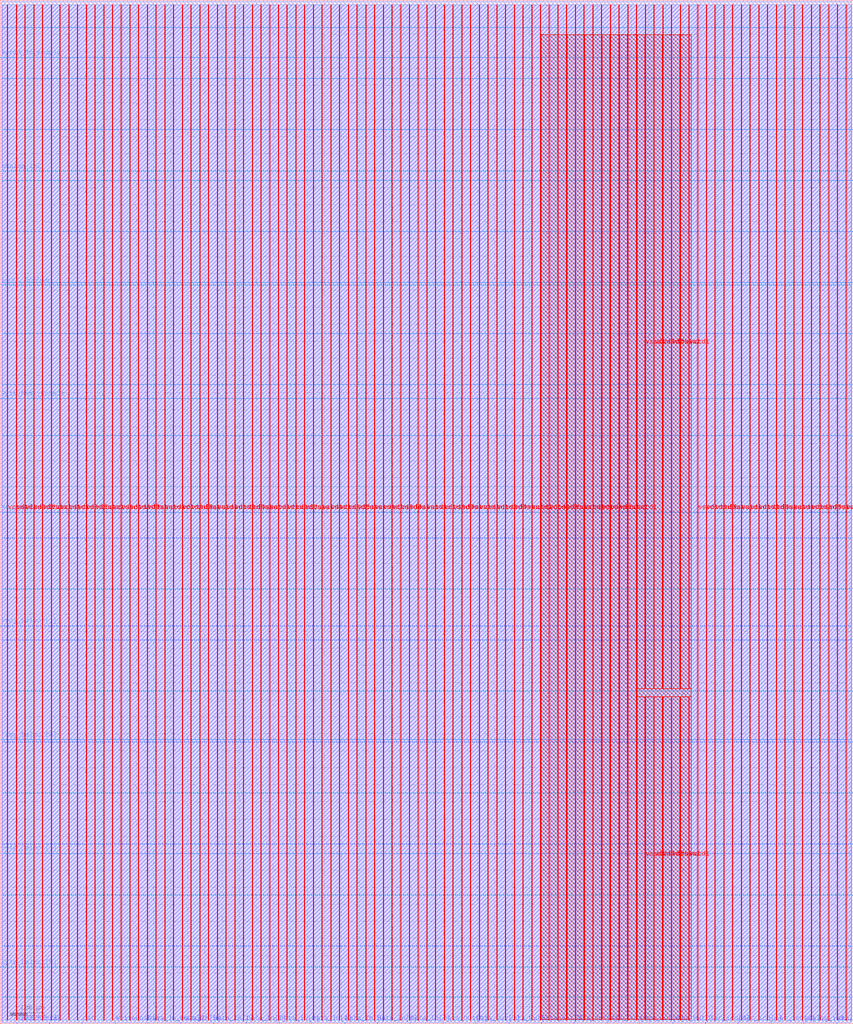
<source format=lef>
VERSION 5.7 ;
  NOWIREEXTENSIONATPIN ON ;
  DIVIDERCHAR "/" ;
  BUSBITCHARS "[]" ;
MACRO user_proj_IMPACT_HEAD
  CLASS BLOCK ;
  FOREIGN user_proj_IMPACT_HEAD ;
  ORIGIN 0.000 0.000 ;
  SIZE 2500.000 BY 3000.000 ;
  PIN Byte_Mode_Enable
    DIRECTION INPUT ;
    USE SIGNAL ;
    ANTENNAGATEAREA 0.990000 ;
    PORT
      LAYER met3 ;
        RECT 0.000 1831.960 4.000 1832.560 ;
    END
  END Byte_Mode_Enable
  PIN Byte_Select[0]
    DIRECTION INPUT ;
    USE SIGNAL ;
    ANTENNAGATEAREA 0.990000 ;
    PORT
      LAYER met3 ;
        RECT 0.000 165.960 4.000 166.560 ;
    END
  END Byte_Select[0]
  PIN Byte_Select[1]
    DIRECTION INPUT ;
    USE SIGNAL ;
    ANTENNAGATEAREA 0.990000 ;
    PORT
      LAYER met3 ;
        RECT 0.000 499.160 4.000 499.760 ;
    END
  END Byte_Select[1]
  PIN Data_In[0]
    DIRECTION INPUT ;
    USE SIGNAL ;
    ANTENNAGATEAREA 0.990000 ;
    PORT
      LAYER met2 ;
        RECT 528.630 0.000 528.910 4.000 ;
    END
  END Data_In[0]
  PIN Data_In[1]
    DIRECTION INPUT ;
    USE SIGNAL ;
    ANTENNAGATEAREA 0.990000 ;
    PORT
      LAYER met2 ;
        RECT 624.770 0.000 625.050 4.000 ;
    END
  END Data_In[1]
  PIN Data_In[2]
    DIRECTION INPUT ;
    USE SIGNAL ;
    ANTENNAGATEAREA 0.990000 ;
    PORT
      LAYER met2 ;
        RECT 720.910 0.000 721.190 4.000 ;
    END
  END Data_In[2]
  PIN Data_In[3]
    DIRECTION INPUT ;
    USE SIGNAL ;
    ANTENNAGATEAREA 0.990000 ;
    PORT
      LAYER met2 ;
        RECT 817.050 0.000 817.330 4.000 ;
    END
  END Data_In[3]
  PIN Data_In[4]
    DIRECTION INPUT ;
    USE SIGNAL ;
    ANTENNAGATEAREA 0.990000 ;
    PORT
      LAYER met2 ;
        RECT 913.190 0.000 913.470 4.000 ;
    END
  END Data_In[4]
  PIN Data_In[5]
    DIRECTION INPUT ;
    USE SIGNAL ;
    ANTENNAGATEAREA 0.990000 ;
    PORT
      LAYER met2 ;
        RECT 1009.330 0.000 1009.610 4.000 ;
    END
  END Data_In[5]
  PIN Data_In[6]
    DIRECTION INPUT ;
    USE SIGNAL ;
    ANTENNAGATEAREA 0.990000 ;
    PORT
      LAYER met2 ;
        RECT 1105.470 0.000 1105.750 4.000 ;
    END
  END Data_In[6]
  PIN Data_In[7]
    DIRECTION INPUT ;
    USE SIGNAL ;
    ANTENNAGATEAREA 0.990000 ;
    PORT
      LAYER met2 ;
        RECT 1201.610 0.000 1201.890 4.000 ;
    END
  END Data_In[7]
  PIN Data_In_Enable
    DIRECTION INPUT ;
    USE SIGNAL ;
    ANTENNAGATEAREA 0.990000 ;
    PORT
      LAYER met2 ;
        RECT 432.490 0.000 432.770 4.000 ;
    END
  END Data_In_Enable
  PIN Data_Out[0]
    DIRECTION OUTPUT TRISTATE ;
    USE SIGNAL ;
    ANTENNADIFFAREA 0.891000 ;
    PORT
      LAYER met2 ;
        RECT 1297.750 0.000 1298.030 4.000 ;
    END
  END Data_Out[0]
  PIN Data_Out[1]
    DIRECTION OUTPUT TRISTATE ;
    USE SIGNAL ;
    ANTENNADIFFAREA 0.891000 ;
    PORT
      LAYER met2 ;
        RECT 1393.890 0.000 1394.170 4.000 ;
    END
  END Data_Out[1]
  PIN Data_Out[2]
    DIRECTION OUTPUT TRISTATE ;
    USE SIGNAL ;
    ANTENNADIFFAREA 0.891000 ;
    PORT
      LAYER met2 ;
        RECT 1490.030 0.000 1490.310 4.000 ;
    END
  END Data_Out[2]
  PIN Data_Out[3]
    DIRECTION OUTPUT TRISTATE ;
    USE SIGNAL ;
    ANTENNADIFFAREA 0.891000 ;
    PORT
      LAYER met2 ;
        RECT 1586.170 0.000 1586.450 4.000 ;
    END
  END Data_Out[3]
  PIN Data_Out[4]
    DIRECTION OUTPUT TRISTATE ;
    USE SIGNAL ;
    ANTENNADIFFAREA 0.891000 ;
    PORT
      LAYER met2 ;
        RECT 1682.310 0.000 1682.590 4.000 ;
    END
  END Data_Out[4]
  PIN Data_Out[5]
    DIRECTION OUTPUT TRISTATE ;
    USE SIGNAL ;
    ANTENNADIFFAREA 0.891000 ;
    PORT
      LAYER met2 ;
        RECT 1778.450 0.000 1778.730 4.000 ;
    END
  END Data_Out[5]
  PIN Data_Out[6]
    DIRECTION OUTPUT TRISTATE ;
    USE SIGNAL ;
    ANTENNADIFFAREA 0.891000 ;
    PORT
      LAYER met2 ;
        RECT 1874.590 0.000 1874.870 4.000 ;
    END
  END Data_Out[6]
  PIN Data_Out[7]
    DIRECTION OUTPUT TRISTATE ;
    USE SIGNAL ;
    ANTENNADIFFAREA 0.891000 ;
    PORT
      LAYER met2 ;
        RECT 1970.730 0.000 1971.010 4.000 ;
    END
  END Data_Out[7]
  PIN PreCharge
    DIRECTION INPUT ;
    USE SIGNAL ;
    ANTENNAGATEAREA 0.990000 ;
    PORT
      LAYER met2 ;
        RECT 1249.910 2996.000 1250.190 3000.000 ;
    END
  END PreCharge
  PIN Proj_Select[0]
    DIRECTION INPUT ;
    USE SIGNAL ;
    ANTENNAGATEAREA 0.990000 ;
    PORT
      LAYER met3 ;
        RECT 0.000 832.360 4.000 832.960 ;
    END
  END Proj_Select[0]
  PIN Proj_Select[1]
    DIRECTION INPUT ;
    USE SIGNAL ;
    ANTENNAGATEAREA 0.990000 ;
    PORT
      LAYER met3 ;
        RECT 0.000 1165.560 4.000 1166.160 ;
    END
  END Proj_Select[1]
  PIN ReadEnable
    DIRECTION INPUT ;
    USE SIGNAL ;
    ANTENNAGATEAREA 0.990000 ;
    PORT
      LAYER met2 ;
        RECT 47.930 0.000 48.210 4.000 ;
    END
  END ReadEnable
  PIN Reram_In_Enable
    DIRECTION INPUT ;
    USE SIGNAL ;
    ANTENNAGATEAREA 0.990000 ;
    PORT
      LAYER met3 ;
        RECT 0.000 2831.560 4.000 2832.160 ;
    END
  END Reram_In_Enable
  PIN Trunc_Enable
    DIRECTION INPUT ;
    USE SIGNAL ;
    ANTENNAGATEAREA 0.990000 ;
    PORT
      LAYER met3 ;
        RECT 0.000 2165.160 4.000 2165.760 ;
    END
  END Trunc_Enable
  PIN WL_enable
    DIRECTION INPUT ;
    USE SIGNAL ;
    ANTENNAGATEAREA 0.990000 ;
    PORT
      LAYER met3 ;
        RECT 0.000 1498.760 4.000 1499.360 ;
    END
  END WL_enable
  PIN WriteEnable
    DIRECTION INPUT ;
    USE SIGNAL ;
    ANTENNAGATEAREA 0.990000 ;
    PORT
      LAYER met2 ;
        RECT 336.350 0.000 336.630 4.000 ;
    END
  END WriteEnable
  PIN analog_io1
    DIRECTION INOUT ;
    USE SIGNAL ;
    PORT
      LAYER met2 ;
        RECT 2451.430 0.000 2451.710 4.000 ;
    END
  END analog_io1
  PIN analog_io2
    DIRECTION INOUT ;
    USE SIGNAL ;
    PORT
      LAYER met3 ;
        RECT 0.000 2498.360 4.000 2498.960 ;
    END
  END analog_io2
  PIN analog_io3
    DIRECTION INOUT ;
    USE SIGNAL ;
    PORT
      LAYER met2 ;
        RECT 2355.290 0.000 2355.570 4.000 ;
    END
  END analog_io3
  PIN clk
    DIRECTION INPUT ;
    USE SIGNAL ;
    ANTENNAGATEAREA 0.852000 ;
    ANTENNADIFFAREA 0.434700 ;
    PORT
      LAYER met2 ;
        RECT 144.070 0.000 144.350 4.000 ;
    END
  END clk
  PIN io_oeb[0]
    DIRECTION OUTPUT TRISTATE ;
    USE SIGNAL ;
    PORT
      LAYER met3 ;
        RECT 2496.000 975.160 2500.000 975.760 ;
    END
  END io_oeb[0]
  PIN io_oeb[10]
    DIRECTION OUTPUT TRISTATE ;
    USE SIGNAL ;
    PORT
      LAYER met3 ;
        RECT 2496.000 2471.160 2500.000 2471.760 ;
    END
  END io_oeb[10]
  PIN io_oeb[11]
    DIRECTION OUTPUT TRISTATE ;
    USE SIGNAL ;
    PORT
      LAYER met3 ;
        RECT 2496.000 2620.760 2500.000 2621.360 ;
    END
  END io_oeb[11]
  PIN io_oeb[12]
    DIRECTION OUTPUT TRISTATE ;
    USE SIGNAL ;
    PORT
      LAYER met3 ;
        RECT 2496.000 2770.360 2500.000 2770.960 ;
    END
  END io_oeb[12]
  PIN io_oeb[13]
    DIRECTION OUTPUT TRISTATE ;
    USE SIGNAL ;
    PORT
      LAYER met3 ;
        RECT 2496.000 2919.960 2500.000 2920.560 ;
    END
  END io_oeb[13]
  PIN io_oeb[1]
    DIRECTION OUTPUT TRISTATE ;
    USE SIGNAL ;
    PORT
      LAYER met3 ;
        RECT 2496.000 1124.760 2500.000 1125.360 ;
    END
  END io_oeb[1]
  PIN io_oeb[2]
    DIRECTION OUTPUT TRISTATE ;
    USE SIGNAL ;
    PORT
      LAYER met3 ;
        RECT 2496.000 1274.360 2500.000 1274.960 ;
    END
  END io_oeb[2]
  PIN io_oeb[3]
    DIRECTION OUTPUT TRISTATE ;
    USE SIGNAL ;
    PORT
      LAYER met3 ;
        RECT 2496.000 1423.960 2500.000 1424.560 ;
    END
  END io_oeb[3]
  PIN io_oeb[4]
    DIRECTION OUTPUT TRISTATE ;
    USE SIGNAL ;
    PORT
      LAYER met3 ;
        RECT 2496.000 1573.560 2500.000 1574.160 ;
    END
  END io_oeb[4]
  PIN io_oeb[5]
    DIRECTION OUTPUT TRISTATE ;
    USE SIGNAL ;
    PORT
      LAYER met3 ;
        RECT 2496.000 1723.160 2500.000 1723.760 ;
    END
  END io_oeb[5]
  PIN io_oeb[6]
    DIRECTION OUTPUT TRISTATE ;
    USE SIGNAL ;
    PORT
      LAYER met3 ;
        RECT 2496.000 1872.760 2500.000 1873.360 ;
    END
  END io_oeb[6]
  PIN io_oeb[7]
    DIRECTION OUTPUT TRISTATE ;
    USE SIGNAL ;
    PORT
      LAYER met3 ;
        RECT 2496.000 2022.360 2500.000 2022.960 ;
    END
  END io_oeb[7]
  PIN io_oeb[8]
    DIRECTION OUTPUT TRISTATE ;
    USE SIGNAL ;
    PORT
      LAYER met3 ;
        RECT 2496.000 2171.960 2500.000 2172.560 ;
    END
  END io_oeb[8]
  PIN io_oeb[9]
    DIRECTION OUTPUT TRISTATE ;
    USE SIGNAL ;
    PORT
      LAYER met3 ;
        RECT 2496.000 2321.560 2500.000 2322.160 ;
    END
  END io_oeb[9]
  PIN io_out[0]
    DIRECTION OUTPUT TRISTATE ;
    USE SIGNAL ;
    PORT
      LAYER met3 ;
        RECT 2496.000 77.560 2500.000 78.160 ;
    END
  END io_out[0]
  PIN io_out[1]
    DIRECTION OUTPUT TRISTATE ;
    USE SIGNAL ;
    PORT
      LAYER met3 ;
        RECT 2496.000 227.160 2500.000 227.760 ;
    END
  END io_out[1]
  PIN io_out[2]
    DIRECTION OUTPUT TRISTATE ;
    USE SIGNAL ;
    PORT
      LAYER met3 ;
        RECT 2496.000 376.760 2500.000 377.360 ;
    END
  END io_out[2]
  PIN io_out[3]
    DIRECTION OUTPUT TRISTATE ;
    USE SIGNAL ;
    PORT
      LAYER met3 ;
        RECT 2496.000 526.360 2500.000 526.960 ;
    END
  END io_out[3]
  PIN io_out[4]
    DIRECTION OUTPUT TRISTATE ;
    USE SIGNAL ;
    PORT
      LAYER met3 ;
        RECT 2496.000 675.960 2500.000 676.560 ;
    END
  END io_out[4]
  PIN io_out[5]
    DIRECTION OUTPUT TRISTATE ;
    USE SIGNAL ;
    PORT
      LAYER met3 ;
        RECT 2496.000 825.560 2500.000 826.160 ;
    END
  END io_out[5]
  PIN rst
    DIRECTION INPUT ;
    USE SIGNAL ;
    ANTENNAGATEAREA 0.990000 ;
    PORT
      LAYER met2 ;
        RECT 240.210 0.000 240.490 4.000 ;
    END
  END rst
  PIN user_irq[0]
    DIRECTION OUTPUT TRISTATE ;
    USE SIGNAL ;
    PORT
      LAYER met2 ;
        RECT 2066.870 0.000 2067.150 4.000 ;
    END
  END user_irq[0]
  PIN user_irq[1]
    DIRECTION OUTPUT TRISTATE ;
    USE SIGNAL ;
    PORT
      LAYER met2 ;
        RECT 2163.010 0.000 2163.290 4.000 ;
    END
  END user_irq[1]
  PIN user_irq[2]
    DIRECTION OUTPUT TRISTATE ;
    USE SIGNAL ;
    PORT
      LAYER met2 ;
        RECT 2259.150 0.000 2259.430 4.000 ;
    END
  END user_irq[2]
  PIN vccd1
    DIRECTION INOUT ;
    USE POWER ;
    PORT
      LAYER met4 ;
        RECT 21.040 10.640 22.640 2986.800 ;
    END
    PORT
      LAYER met4 ;
        RECT 174.640 10.640 176.240 2986.800 ;
    END
    PORT
      LAYER met4 ;
        RECT 328.240 10.640 329.840 2986.800 ;
    END
    PORT
      LAYER met4 ;
        RECT 481.840 10.640 483.440 2986.800 ;
    END
    PORT
      LAYER met4 ;
        RECT 635.440 10.640 637.040 2986.800 ;
    END
    PORT
      LAYER met4 ;
        RECT 789.040 10.640 790.640 2986.800 ;
    END
    PORT
      LAYER met4 ;
        RECT 942.640 10.640 944.240 2986.800 ;
    END
    PORT
      LAYER met4 ;
        RECT 1096.240 10.640 1097.840 2986.800 ;
    END
    PORT
      LAYER met4 ;
        RECT 1249.840 10.640 1251.440 2986.800 ;
    END
    PORT
      LAYER met4 ;
        RECT 1403.440 10.640 1405.040 2986.800 ;
    END
    PORT
      LAYER met4 ;
        RECT 1557.040 10.640 1558.640 2986.800 ;
    END
    PORT
      LAYER met4 ;
        RECT 1710.640 10.640 1712.240 2986.800 ;
    END
    PORT
      LAYER met4 ;
        RECT 1864.240 10.640 1865.840 2986.800 ;
    END
    PORT
      LAYER met4 ;
        RECT 2017.840 10.640 2019.440 958.000 ;
    END
    PORT
      LAYER met4 ;
        RECT 2017.840 981.800 2019.440 2986.800 ;
    END
    PORT
      LAYER met4 ;
        RECT 2171.440 10.640 2173.040 2986.800 ;
    END
    PORT
      LAYER met4 ;
        RECT 2325.040 10.640 2326.640 2986.800 ;
    END
    PORT
      LAYER met4 ;
        RECT 2478.640 10.640 2480.240 2986.800 ;
    END
  END vccd1
  PIN vccd2
    DIRECTION INOUT ;
    USE POWER ;
    PORT
      LAYER met4 ;
        RECT 72.240 10.640 73.840 2986.800 ;
    END
    PORT
      LAYER met4 ;
        RECT 225.840 10.640 227.440 2986.800 ;
    END
    PORT
      LAYER met4 ;
        RECT 379.440 10.640 381.040 2986.800 ;
    END
    PORT
      LAYER met4 ;
        RECT 533.040 10.640 534.640 2986.800 ;
    END
    PORT
      LAYER met4 ;
        RECT 686.640 10.640 688.240 2986.800 ;
    END
    PORT
      LAYER met4 ;
        RECT 840.240 10.640 841.840 2986.800 ;
    END
    PORT
      LAYER met4 ;
        RECT 993.840 10.640 995.440 2986.800 ;
    END
    PORT
      LAYER met4 ;
        RECT 1147.440 10.640 1149.040 2986.800 ;
    END
    PORT
      LAYER met4 ;
        RECT 1301.040 10.640 1302.640 2986.800 ;
    END
    PORT
      LAYER met4 ;
        RECT 1454.640 10.640 1456.240 2986.800 ;
    END
    PORT
      LAYER met4 ;
        RECT 1608.240 10.640 1609.840 2986.800 ;
    END
    PORT
      LAYER met4 ;
        RECT 1761.840 10.640 1763.440 2986.800 ;
    END
    PORT
      LAYER met4 ;
        RECT 1915.440 10.640 1917.040 958.000 ;
    END
    PORT
      LAYER met4 ;
        RECT 1915.440 981.800 1917.040 2986.800 ;
    END
    PORT
      LAYER met4 ;
        RECT 2069.040 10.640 2070.640 2986.800 ;
    END
    PORT
      LAYER met4 ;
        RECT 2222.640 10.640 2224.240 2986.800 ;
    END
    PORT
      LAYER met4 ;
        RECT 2376.240 10.640 2377.840 2986.800 ;
    END
  END vccd2
  PIN vdda1
    DIRECTION INOUT ;
    USE POWER ;
    PORT
      LAYER met4 ;
        RECT 123.440 10.640 125.040 2986.800 ;
    END
    PORT
      LAYER met4 ;
        RECT 277.040 10.640 278.640 2986.800 ;
    END
    PORT
      LAYER met4 ;
        RECT 430.640 10.640 432.240 2986.800 ;
    END
    PORT
      LAYER met4 ;
        RECT 584.240 10.640 585.840 2986.800 ;
    END
    PORT
      LAYER met4 ;
        RECT 737.840 10.640 739.440 2986.800 ;
    END
    PORT
      LAYER met4 ;
        RECT 891.440 10.640 893.040 2986.800 ;
    END
    PORT
      LAYER met4 ;
        RECT 1045.040 10.640 1046.640 2986.800 ;
    END
    PORT
      LAYER met4 ;
        RECT 1198.640 10.640 1200.240 2986.800 ;
    END
    PORT
      LAYER met4 ;
        RECT 1352.240 10.640 1353.840 2986.800 ;
    END
    PORT
      LAYER met4 ;
        RECT 1505.840 10.640 1507.440 2986.800 ;
    END
    PORT
      LAYER met4 ;
        RECT 1659.440 10.640 1661.040 2986.800 ;
    END
    PORT
      LAYER met4 ;
        RECT 1813.040 10.640 1814.640 2986.800 ;
    END
    PORT
      LAYER met4 ;
        RECT 1966.640 10.640 1968.240 958.000 ;
    END
    PORT
      LAYER met4 ;
        RECT 1966.640 981.800 1968.240 2986.800 ;
    END
    PORT
      LAYER met4 ;
        RECT 2120.240 10.640 2121.840 2986.800 ;
    END
    PORT
      LAYER met4 ;
        RECT 2273.840 10.640 2275.440 2986.800 ;
    END
    PORT
      LAYER met4 ;
        RECT 2427.440 10.640 2429.040 2986.800 ;
    END
  END vdda1
  PIN vssa1
    DIRECTION INOUT ;
    USE GROUND ;
    PORT
      LAYER met4 ;
        RECT 149.040 10.640 150.640 2986.800 ;
    END
    PORT
      LAYER met4 ;
        RECT 302.640 10.640 304.240 2986.800 ;
    END
    PORT
      LAYER met4 ;
        RECT 456.240 10.640 457.840 2986.800 ;
    END
    PORT
      LAYER met4 ;
        RECT 609.840 10.640 611.440 2986.800 ;
    END
    PORT
      LAYER met4 ;
        RECT 763.440 10.640 765.040 2986.800 ;
    END
    PORT
      LAYER met4 ;
        RECT 917.040 10.640 918.640 2986.800 ;
    END
    PORT
      LAYER met4 ;
        RECT 1070.640 10.640 1072.240 2986.800 ;
    END
    PORT
      LAYER met4 ;
        RECT 1224.240 10.640 1225.840 2986.800 ;
    END
    PORT
      LAYER met4 ;
        RECT 1377.840 10.640 1379.440 2986.800 ;
    END
    PORT
      LAYER met4 ;
        RECT 1531.440 10.640 1533.040 2986.800 ;
    END
    PORT
      LAYER met4 ;
        RECT 1685.040 10.640 1686.640 2986.800 ;
    END
    PORT
      LAYER met4 ;
        RECT 1838.640 10.640 1840.240 2986.800 ;
    END
    PORT
      LAYER met4 ;
        RECT 1992.240 10.640 1993.840 958.000 ;
    END
    PORT
      LAYER met4 ;
        RECT 1992.240 981.800 1993.840 2986.800 ;
    END
    PORT
      LAYER met4 ;
        RECT 2145.840 10.640 2147.440 2986.800 ;
    END
    PORT
      LAYER met4 ;
        RECT 2299.440 10.640 2301.040 2986.800 ;
    END
    PORT
      LAYER met4 ;
        RECT 2453.040 10.640 2454.640 2986.800 ;
    END
  END vssa1
  PIN vssd1
    DIRECTION INOUT ;
    USE GROUND ;
    PORT
      LAYER met4 ;
        RECT 46.640 10.640 48.240 2986.800 ;
    END
    PORT
      LAYER met4 ;
        RECT 200.240 10.640 201.840 2986.800 ;
    END
    PORT
      LAYER met4 ;
        RECT 353.840 10.640 355.440 2986.800 ;
    END
    PORT
      LAYER met4 ;
        RECT 507.440 10.640 509.040 2986.800 ;
    END
    PORT
      LAYER met4 ;
        RECT 661.040 10.640 662.640 2986.800 ;
    END
    PORT
      LAYER met4 ;
        RECT 814.640 10.640 816.240 2986.800 ;
    END
    PORT
      LAYER met4 ;
        RECT 968.240 10.640 969.840 2986.800 ;
    END
    PORT
      LAYER met4 ;
        RECT 1121.840 10.640 1123.440 2986.800 ;
    END
    PORT
      LAYER met4 ;
        RECT 1275.440 10.640 1277.040 2986.800 ;
    END
    PORT
      LAYER met4 ;
        RECT 1429.040 10.640 1430.640 2986.800 ;
    END
    PORT
      LAYER met4 ;
        RECT 1582.640 10.640 1584.240 2986.800 ;
    END
    PORT
      LAYER met4 ;
        RECT 1736.240 10.640 1737.840 2986.800 ;
    END
    PORT
      LAYER met4 ;
        RECT 1889.840 10.640 1891.440 958.000 ;
    END
    PORT
      LAYER met4 ;
        RECT 1889.840 981.800 1891.440 2986.800 ;
    END
    PORT
      LAYER met4 ;
        RECT 2043.440 10.640 2045.040 2986.800 ;
    END
    PORT
      LAYER met4 ;
        RECT 2197.040 10.640 2198.640 2986.800 ;
    END
    PORT
      LAYER met4 ;
        RECT 2350.640 10.640 2352.240 2986.800 ;
    END
  END vssd1
  PIN vssd2
    DIRECTION INOUT ;
    USE GROUND ;
    PORT
      LAYER met4 ;
        RECT 97.840 10.640 99.440 2986.800 ;
    END
    PORT
      LAYER met4 ;
        RECT 251.440 10.640 253.040 2986.800 ;
    END
    PORT
      LAYER met4 ;
        RECT 405.040 10.640 406.640 2986.800 ;
    END
    PORT
      LAYER met4 ;
        RECT 558.640 10.640 560.240 2986.800 ;
    END
    PORT
      LAYER met4 ;
        RECT 712.240 10.640 713.840 2986.800 ;
    END
    PORT
      LAYER met4 ;
        RECT 865.840 10.640 867.440 2986.800 ;
    END
    PORT
      LAYER met4 ;
        RECT 1019.440 10.640 1021.040 2986.800 ;
    END
    PORT
      LAYER met4 ;
        RECT 1173.040 10.640 1174.640 2986.800 ;
    END
    PORT
      LAYER met4 ;
        RECT 1326.640 10.640 1328.240 2986.800 ;
    END
    PORT
      LAYER met4 ;
        RECT 1480.240 10.640 1481.840 2986.800 ;
    END
    PORT
      LAYER met4 ;
        RECT 1633.840 10.640 1635.440 2986.800 ;
    END
    PORT
      LAYER met4 ;
        RECT 1787.440 10.640 1789.040 2986.800 ;
    END
    PORT
      LAYER met4 ;
        RECT 1941.040 10.640 1942.640 958.000 ;
    END
    PORT
      LAYER met4 ;
        RECT 1941.040 981.800 1942.640 2986.800 ;
    END
    PORT
      LAYER met4 ;
        RECT 2094.640 10.640 2096.240 2986.800 ;
    END
    PORT
      LAYER met4 ;
        RECT 2248.240 10.640 2249.840 2986.800 ;
    END
    PORT
      LAYER met4 ;
        RECT 2401.840 10.640 2403.440 2986.800 ;
    END
  END vssd2
  OBS
      LAYER li1 ;
        RECT 5.520 10.795 2494.120 2986.645 ;
      LAYER met1 ;
        RECT 4.670 10.640 2494.120 2986.800 ;
      LAYER met2 ;
        RECT 4.690 2995.720 1249.630 2996.000 ;
        RECT 1250.470 2995.720 2493.570 2996.000 ;
        RECT 4.690 4.280 2493.570 2995.720 ;
        RECT 4.690 3.670 47.650 4.280 ;
        RECT 48.490 3.670 143.790 4.280 ;
        RECT 144.630 3.670 239.930 4.280 ;
        RECT 240.770 3.670 336.070 4.280 ;
        RECT 336.910 3.670 432.210 4.280 ;
        RECT 433.050 3.670 528.350 4.280 ;
        RECT 529.190 3.670 624.490 4.280 ;
        RECT 625.330 3.670 720.630 4.280 ;
        RECT 721.470 3.670 816.770 4.280 ;
        RECT 817.610 3.670 912.910 4.280 ;
        RECT 913.750 3.670 1009.050 4.280 ;
        RECT 1009.890 3.670 1105.190 4.280 ;
        RECT 1106.030 3.670 1201.330 4.280 ;
        RECT 1202.170 3.670 1297.470 4.280 ;
        RECT 1298.310 3.670 1393.610 4.280 ;
        RECT 1394.450 3.670 1489.750 4.280 ;
        RECT 1490.590 3.670 1585.890 4.280 ;
        RECT 1586.730 3.670 1682.030 4.280 ;
        RECT 1682.870 3.670 1778.170 4.280 ;
        RECT 1779.010 3.670 1874.310 4.280 ;
        RECT 1875.150 3.670 1970.450 4.280 ;
        RECT 1971.290 3.670 2066.590 4.280 ;
        RECT 2067.430 3.670 2162.730 4.280 ;
        RECT 2163.570 3.670 2258.870 4.280 ;
        RECT 2259.710 3.670 2355.010 4.280 ;
        RECT 2355.850 3.670 2451.150 4.280 ;
        RECT 2451.990 3.670 2493.570 4.280 ;
      LAYER met3 ;
        RECT 4.000 2920.960 2496.000 2986.725 ;
        RECT 4.000 2919.560 2495.600 2920.960 ;
        RECT 4.000 2832.560 2496.000 2919.560 ;
        RECT 4.400 2831.160 2496.000 2832.560 ;
        RECT 4.000 2771.360 2496.000 2831.160 ;
        RECT 4.000 2769.960 2495.600 2771.360 ;
        RECT 4.000 2621.760 2496.000 2769.960 ;
        RECT 4.000 2620.360 2495.600 2621.760 ;
        RECT 4.000 2499.360 2496.000 2620.360 ;
        RECT 4.400 2497.960 2496.000 2499.360 ;
        RECT 4.000 2472.160 2496.000 2497.960 ;
        RECT 4.000 2470.760 2495.600 2472.160 ;
        RECT 4.000 2322.560 2496.000 2470.760 ;
        RECT 4.000 2321.160 2495.600 2322.560 ;
        RECT 4.000 2172.960 2496.000 2321.160 ;
        RECT 4.000 2171.560 2495.600 2172.960 ;
        RECT 4.000 2166.160 2496.000 2171.560 ;
        RECT 4.400 2164.760 2496.000 2166.160 ;
        RECT 4.000 2023.360 2496.000 2164.760 ;
        RECT 4.000 2021.960 2495.600 2023.360 ;
        RECT 4.000 1873.760 2496.000 2021.960 ;
        RECT 4.000 1872.360 2495.600 1873.760 ;
        RECT 4.000 1832.960 2496.000 1872.360 ;
        RECT 4.400 1831.560 2496.000 1832.960 ;
        RECT 4.000 1724.160 2496.000 1831.560 ;
        RECT 4.000 1722.760 2495.600 1724.160 ;
        RECT 4.000 1574.560 2496.000 1722.760 ;
        RECT 4.000 1573.160 2495.600 1574.560 ;
        RECT 4.000 1499.760 2496.000 1573.160 ;
        RECT 4.400 1498.360 2496.000 1499.760 ;
        RECT 4.000 1424.960 2496.000 1498.360 ;
        RECT 4.000 1423.560 2495.600 1424.960 ;
        RECT 4.000 1275.360 2496.000 1423.560 ;
        RECT 4.000 1273.960 2495.600 1275.360 ;
        RECT 4.000 1166.560 2496.000 1273.960 ;
        RECT 4.400 1165.160 2496.000 1166.560 ;
        RECT 4.000 1125.760 2496.000 1165.160 ;
        RECT 4.000 1124.360 2495.600 1125.760 ;
        RECT 4.000 976.160 2496.000 1124.360 ;
        RECT 4.000 974.760 2495.600 976.160 ;
        RECT 4.000 833.360 2496.000 974.760 ;
        RECT 4.400 831.960 2496.000 833.360 ;
        RECT 4.000 826.560 2496.000 831.960 ;
        RECT 4.000 825.160 2495.600 826.560 ;
        RECT 4.000 676.960 2496.000 825.160 ;
        RECT 4.000 675.560 2495.600 676.960 ;
        RECT 4.000 527.360 2496.000 675.560 ;
        RECT 4.000 525.960 2495.600 527.360 ;
        RECT 4.000 500.160 2496.000 525.960 ;
        RECT 4.400 498.760 2496.000 500.160 ;
        RECT 4.000 377.760 2496.000 498.760 ;
        RECT 4.000 376.360 2495.600 377.760 ;
        RECT 4.000 228.160 2496.000 376.360 ;
        RECT 4.000 226.760 2495.600 228.160 ;
        RECT 4.000 166.960 2496.000 226.760 ;
        RECT 4.400 165.560 2496.000 166.960 ;
        RECT 4.000 78.560 2496.000 165.560 ;
        RECT 4.000 77.160 2495.600 78.560 ;
        RECT 4.000 10.715 2496.000 77.160 ;
      LAYER met4 ;
        RECT 1585.455 13.095 1607.840 2898.665 ;
        RECT 1610.240 13.095 1633.440 2898.665 ;
        RECT 1635.840 13.095 1659.040 2898.665 ;
        RECT 1661.440 13.095 1684.640 2898.665 ;
        RECT 1687.040 13.095 1710.240 2898.665 ;
        RECT 1712.640 13.095 1735.840 2898.665 ;
        RECT 1738.240 13.095 1761.440 2898.665 ;
        RECT 1763.840 13.095 1787.040 2898.665 ;
        RECT 1789.440 13.095 1812.640 2898.665 ;
        RECT 1815.040 13.095 1838.240 2898.665 ;
        RECT 1840.640 13.095 1863.840 2898.665 ;
        RECT 1866.240 981.400 1889.440 2898.665 ;
        RECT 1891.840 981.400 1915.040 2898.665 ;
        RECT 1917.440 981.400 1940.640 2898.665 ;
        RECT 1943.040 981.400 1966.240 2898.665 ;
        RECT 1968.640 981.400 1991.840 2898.665 ;
        RECT 1994.240 981.400 2017.440 2898.665 ;
        RECT 2019.840 981.400 2024.850 2898.665 ;
        RECT 1866.240 958.400 2024.850 981.400 ;
        RECT 1866.240 13.095 1889.440 958.400 ;
        RECT 1891.840 13.095 1915.040 958.400 ;
        RECT 1917.440 13.095 1940.640 958.400 ;
        RECT 1943.040 13.095 1966.240 958.400 ;
        RECT 1968.640 13.095 1991.840 958.400 ;
        RECT 1994.240 13.095 2017.440 958.400 ;
        RECT 2019.840 13.095 2024.850 958.400 ;
  END
END user_proj_IMPACT_HEAD
END LIBRARY


</source>
